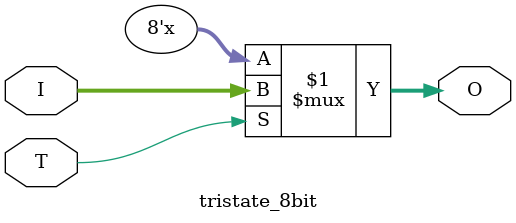
<source format=v>
`timescale 1ns / 1ps
module tristate_8bit(
    input T,
    input [7:0] I,
    output [7:0] O
    );

assign O = T ? I: 8'bZ;

endmodule

</source>
